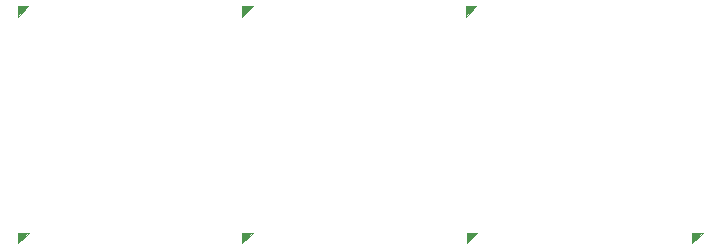
<source format=gbr>
%TF.GenerationSoftware,KiCad,Pcbnew,9.0.6*%
%TF.CreationDate,2025-11-29T18:30:52-05:00*%
%TF.ProjectId,Generalist_Macro,47656e65-7261-46c6-9973-745f4d616372,rev?*%
%TF.SameCoordinates,Original*%
%TF.FileFunction,Legend,Bot*%
%TF.FilePolarity,Positive*%
%FSLAX46Y46*%
G04 Gerber Fmt 4.6, Leading zero omitted, Abs format (unit mm)*
G04 Created by KiCad (PCBNEW 9.0.6) date 2025-11-29 18:30:52*
%MOMM*%
%LPD*%
G01*
G04 APERTURE LIST*
%ADD10C,0.100000*%
G04 APERTURE END LIST*
D10*
%TO.C,D14*%
X121512500Y-88900000D02*
X121512500Y-88000000D01*
X122412500Y-88000000D01*
X121512500Y-88900000D01*
G36*
X121512500Y-88900000D02*
G01*
X121512500Y-88000000D01*
X122412500Y-88000000D01*
X121512500Y-88900000D01*
G37*
%TO.C,D10*%
X83502500Y-69700000D02*
X83502500Y-68800000D01*
X84402500Y-68800000D01*
X83502500Y-69700000D01*
G36*
X83502500Y-69700000D02*
G01*
X83502500Y-68800000D01*
X84402500Y-68800000D01*
X83502500Y-69700000D01*
G37*
%TO.C,D11*%
X102512500Y-69700000D02*
X102512500Y-68800000D01*
X103412500Y-68800000D01*
X102512500Y-69700000D01*
G36*
X102512500Y-69700000D02*
G01*
X102512500Y-68800000D01*
X103412500Y-68800000D01*
X102512500Y-69700000D01*
G37*
%TO.C,D12*%
X121412500Y-69700000D02*
X121412500Y-68800000D01*
X122312500Y-68800000D01*
X121412500Y-69700000D01*
G36*
X121412500Y-69700000D02*
G01*
X121412500Y-68800000D01*
X122312500Y-68800000D01*
X121412500Y-69700000D01*
G37*
%TO.C,D13*%
X140602500Y-88900000D02*
X140602500Y-88000000D01*
X141502500Y-88000000D01*
X140602500Y-88900000D01*
G36*
X140602500Y-88900000D02*
G01*
X140602500Y-88000000D01*
X141502500Y-88000000D01*
X140602500Y-88900000D01*
G37*
%TO.C,D15*%
X102522500Y-88900000D02*
X102522500Y-88000000D01*
X103422500Y-88000000D01*
X102522500Y-88900000D01*
G36*
X102522500Y-88900000D02*
G01*
X102522500Y-88000000D01*
X103422500Y-88000000D01*
X102522500Y-88900000D01*
G37*
%TO.C,D16*%
X83512500Y-88900000D02*
X83512500Y-88000000D01*
X84412500Y-88000000D01*
X83512500Y-88900000D01*
G36*
X83512500Y-88900000D02*
G01*
X83512500Y-88000000D01*
X84412500Y-88000000D01*
X83512500Y-88900000D01*
G37*
%TD*%
M02*

</source>
